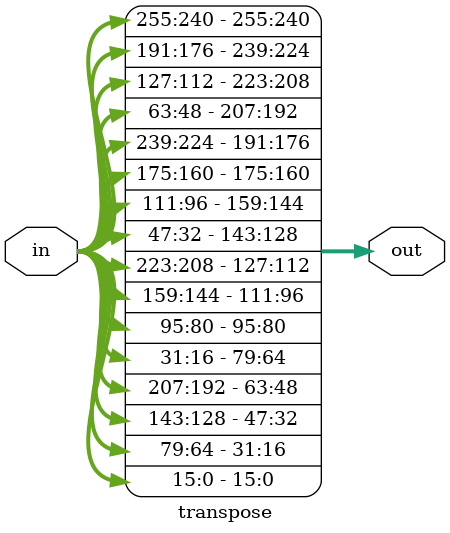
<source format=v>
module transpose(
    output [255:0] out,
    input [255:0] in
);
assign out[255:240] = in[255:240];
assign out[239:224] = in[191:176];
assign out[191:176] = in[239:224];
assign out[223:208] = in[127:112];
assign out[127:112] = in[223:208];
assign out[207:192] = in[63:48];
assign out[63:48]   = in[207:192];
assign out[175:160] = in[175:160];
assign out[159:144] = in[111:96];
assign out[111:96]  = in[159:144];
assign out[143:128] = in[47:32];
assign out[47:32]   = in[143:128];
assign out[95:80] = in[95:80];
assign out[79:64]   = in[31:16];
assign out[31:16] = in[79:64];
assign out[15:0]    = in[15:0];

endmodule

// module tb_mul_4x4_4x2;
// reg clk, reset_n, start;
// wire done;
// wire [127:0]result;
// reg [255:0] A;
// reg[127:0] B;
// mul_4x4_4x2 uut(clk, reset_n, start, A, B, done, result);

// initial begin
//     clk = 0;
//     forever #5 clk = ~clk;
// end
// initial begin
//     reset_n = 0; @(negedge clk);
//     reset_n = 1;
// end
// initial begin
//     start = 0; repeat(2) @(negedge clk);
//     start = 1; @(negedge clk);
//     start = 0;
// end
// always @(done) begin
//     if(done) begin
//         repeat(5) @(negedge clk);
//         start = 1; @(negedge clk);
//         start = 0;
//     end
// end

// initial begin
//     A = 256'b0000001100110011100100000000000000001000000000001000100110011001000100000000000000000011001100110000100110011001000010000000000000000110011001101000101100110011000000011001100110000011001100110000101100110011000001100110011000000011001100110000000110011001;
//     B = 128'b00010000000000001000001100110011000000110011001100010000000000000000001100110011000001001100110010000100110011000000001100110011;
// end
// always @(result) begin
//     $display("%b",result);

// end
// endmodule
// //0000001100110011100100000000000000001000000000001000100110011001000100000000000000000011001100110000100110011001000010000000000000000110011001101000101100110011000000011001100110000011001100110000101100110011000001100110011000000011001100110000000110011001
// //100100000000000000001000000000001000100110011001000100000000000000000011001100110000100110011001000010000000000000000110011001101000101100110011000000011001100110000011001100110000101100110011000001100110011000000011001100110000000110011001
</source>
